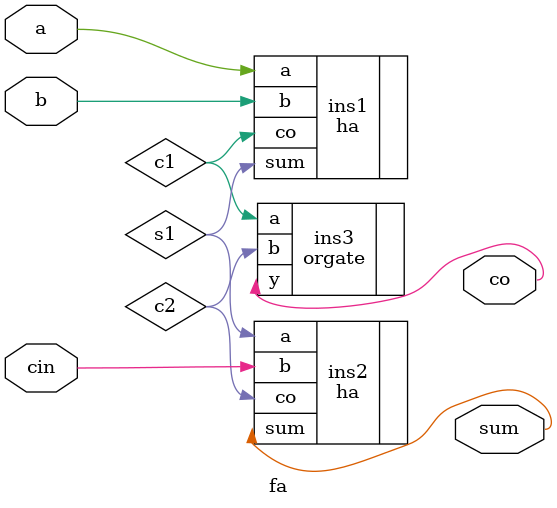
<source format=v>
`timescale 1ns / 1ps


module fa(
            input a,b,cin,
            output sum,co
    );
    
    wire s1,c1,c2;
    ha ins1(.a(a),.b(b),.sum(s1),.co(c1));
    ha ins2(.a(s1),.b(cin),.sum(sum),.co(c2));
    orgate ins3(.a(c1),.b(c2),.y(co));
endmodule

</source>
